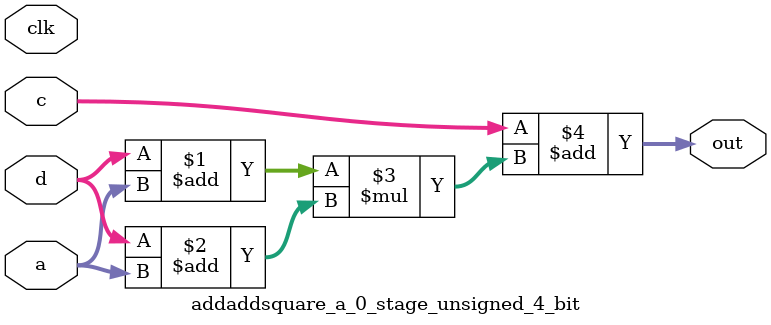
<source format=sv>
(* use_dsp = "yes" *) module addaddsquare_a_0_stage_unsigned_4_bit(
	input  [3:0] a,
	input  [3:0] c,
	input  [3:0] d,
	output [3:0] out,
	input clk);

	assign out = c + ((d + a) * (d + a));
endmodule

</source>
